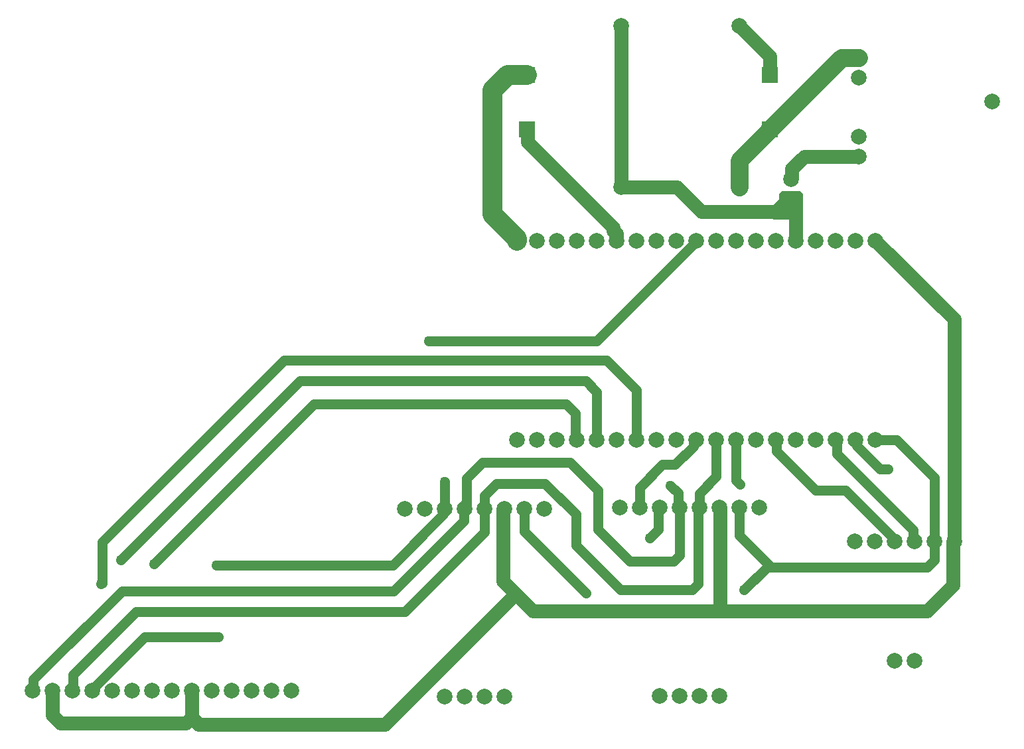
<source format=gbl>
G04*
G04 #@! TF.GenerationSoftware,Altium Limited,Altium Designer,24.9.1 (31)*
G04*
G04 Layer_Physical_Order=2*
G04 Layer_Color=16711680*
%FSLAX44Y44*%
%MOMM*%
G71*
G04*
G04 #@! TF.SameCoordinates,42158749-AA78-4F09-95E6-82FBF0D2540F*
G04*
G04*
G04 #@! TF.FilePolarity,Positive*
G04*
G01*
G75*
%ADD19C,1.2700*%
%ADD20C,2.0000*%
%ADD21R,2.0000X2.0000*%
%ADD22C,1.2700*%
%ADD23C,1.7780*%
%ADD24C,2.5400*%
%ADD25C,2.2860*%
G36*
X1052830Y690880D02*
X1060450Y698500D01*
Y704850D01*
X1064260Y708660D01*
X1087120D01*
X1090930Y704850D01*
Y675640D01*
X1087120Y671830D01*
X1054100D01*
X1051560Y674370D01*
X1052830Y690880D01*
D02*
G37*
D19*
X1009650Y269240D02*
X1050290Y228600D01*
X1009650Y269240D02*
Y304150D01*
X1045210Y228600D02*
X1249680D01*
X661670Y310582D02*
Y341630D01*
X681990Y361950D02*
X793750D01*
X661670Y341630D02*
X681990Y361950D01*
X660527Y309439D02*
X661670Y310582D01*
X660527Y304277D02*
Y309439D01*
X658584Y302334D02*
X660527Y304277D01*
X793750Y361950D02*
X829310Y326390D01*
Y276860D02*
Y326390D01*
Y276860D02*
X869950Y236220D01*
X895350Y265430D02*
X906653Y276733D01*
Y302753D01*
X908050Y304150D01*
X869950Y236220D02*
X926011D01*
X933450Y243659D02*
Y304150D01*
X926011Y236220D02*
X933450Y243659D01*
X699770Y335280D02*
X762000D01*
X801370Y256540D02*
Y295910D01*
X762000Y335280D02*
X801370Y295910D01*
Y256540D02*
X858520Y199390D01*
X950014D01*
X957453Y206829D02*
Y302753D01*
X950014Y199390D02*
X957453Y206829D01*
X1207770Y261620D02*
Y263595D01*
X1204120Y267245D02*
X1207770Y263595D01*
X1204120Y267245D02*
Y267810D01*
X1107440Y326390D02*
X1145540D01*
X1204120Y267810D01*
X1159637Y383413D02*
Y389763D01*
X1189336Y353714D02*
X1199534D01*
X1158240Y391160D02*
X1159637Y389763D01*
Y383413D02*
X1189336Y353714D01*
X449580Y466090D02*
X814070D01*
X828040Y452120D01*
X220980Y237490D02*
X449580Y466090D01*
X429260Y492760D02*
X840740D01*
X878840Y391160D02*
Y454660D01*
X840740Y492760D02*
X878840Y454660D01*
X196850Y260350D02*
X429260Y492760D01*
X980440Y344170D02*
Y391160D01*
X958850Y322580D02*
X980440Y344170D01*
X958850Y304150D02*
Y322580D01*
X684530Y320040D02*
X699770Y335280D01*
X159606Y71976D02*
Y91026D01*
X583240Y171760D02*
X684530Y273050D01*
X158750Y71120D02*
X159606Y71976D01*
X240340Y171760D02*
X583240D01*
X684530Y302880D02*
Y320040D01*
X957453Y302753D02*
X958850Y304150D01*
X684530Y273050D02*
Y302880D01*
X159606Y91026D02*
X240340Y171760D01*
X1005840Y339090D02*
X1010920Y334010D01*
X1005840Y339090D02*
Y391160D01*
X882650Y304150D02*
Y330200D01*
X955040Y389185D02*
Y391160D01*
X928119Y359159D02*
X951390Y382430D01*
Y385535D02*
X955040Y389185D01*
X911609Y359159D02*
X928119D01*
X882650Y330200D02*
X911609Y359159D01*
X951390Y382430D02*
Y385535D01*
X932053Y305547D02*
Y322707D01*
X922020Y332740D02*
X932053Y322707D01*
X109347Y72517D02*
Y85217D01*
X568960Y198120D02*
X658584Y287743D01*
X222250Y198120D02*
X568960D01*
X932053Y305547D02*
X933450Y304150D01*
X658584Y287743D02*
Y302334D01*
X107950Y71120D02*
X109347Y72517D01*
Y85217D02*
X222250Y198120D01*
X1016000Y199390D02*
X1045210Y228600D01*
X735820Y273830D02*
Y302390D01*
X735330Y302880D02*
X735820Y302390D01*
Y273830D02*
X814070Y195580D01*
X184150Y72435D02*
X251416Y139700D01*
X345440D01*
X613410Y516890D02*
X828084D01*
X955040Y643846D01*
Y645160D01*
X196850Y208280D02*
Y260350D01*
X788670Y436880D02*
X801243Y424307D01*
X467360Y436880D02*
X788670D01*
X801243Y392557D02*
Y424307D01*
X262890Y232410D02*
X467360Y436880D01*
X828040Y391160D02*
Y452120D01*
X801243Y392557D02*
X802640Y391160D01*
X195580Y207010D02*
X196850Y208280D01*
X342900Y231140D02*
X567690D01*
X633730Y302880D02*
Y337820D01*
X632333Y301483D02*
X633730Y302880D01*
X632333Y295783D02*
Y301483D01*
X567690Y231140D02*
X632333Y295783D01*
X1249680Y228600D02*
X1258570Y237490D01*
Y342900D01*
X1183640Y391160D02*
X1210310D01*
X1258570Y342900D01*
X1134237Y373253D02*
Y389763D01*
X1231773Y263017D02*
Y275717D01*
X1134237Y373253D02*
X1231773Y275717D01*
Y263017D02*
X1233170Y261620D01*
X1057496Y376334D02*
X1107440Y326390D01*
X1132840Y391160D02*
X1134237Y389763D01*
X1056640Y391160D02*
X1057496Y390304D01*
Y376334D02*
Y390304D01*
X184150Y71120D02*
Y72435D01*
D20*
X1075690Y723900D02*
D03*
Y698500D02*
D03*
X859720Y713740D02*
D03*
X1009720D02*
D03*
X107950Y71120D02*
D03*
X133350D02*
D03*
X158750D02*
D03*
X184150D02*
D03*
X209550D02*
D03*
X234950D02*
D03*
X260350D02*
D03*
X285750D02*
D03*
X311150D02*
D03*
X336550D02*
D03*
X361950D02*
D03*
X387350D02*
D03*
X412750D02*
D03*
X438150D02*
D03*
X1332230Y822960D02*
D03*
X1162230Y878360D02*
D03*
Y852960D02*
D03*
Y752560D02*
D03*
Y777960D02*
D03*
X1009720Y919480D02*
D03*
X859720D02*
D03*
X1158240Y645160D02*
D03*
X1132840D02*
D03*
X1107440D02*
D03*
X1082040D02*
D03*
X1056640D02*
D03*
X1031240D02*
D03*
X1005840D02*
D03*
X980440D02*
D03*
X955040D02*
D03*
X929640D02*
D03*
X904240D02*
D03*
X878840D02*
D03*
X853440D02*
D03*
X828040D02*
D03*
X726440Y391160D02*
D03*
X802640Y645160D02*
D03*
X777240D02*
D03*
X751840D02*
D03*
X726440D02*
D03*
X980440Y391160D02*
D03*
X955040D02*
D03*
X929640D02*
D03*
X904240D02*
D03*
X878840D02*
D03*
X853440D02*
D03*
X828040D02*
D03*
X802640D02*
D03*
X777240D02*
D03*
X751840D02*
D03*
X1005840D02*
D03*
X1031240D02*
D03*
X1056640D02*
D03*
X1082040D02*
D03*
X1107440D02*
D03*
X1132840D02*
D03*
X1158240D02*
D03*
X1183640D02*
D03*
Y645160D02*
D03*
X633730Y62880D02*
D03*
X659130D02*
D03*
X684530D02*
D03*
X709930D02*
D03*
X582930Y302880D02*
D03*
X608330D02*
D03*
X633730D02*
D03*
X659130D02*
D03*
X684530D02*
D03*
X709930D02*
D03*
X735330D02*
D03*
X760730D02*
D03*
X908050Y64150D02*
D03*
X933450D02*
D03*
X958850D02*
D03*
X984250D02*
D03*
X857250Y304150D02*
D03*
X882650D02*
D03*
X908050D02*
D03*
X933450D02*
D03*
X958850D02*
D03*
X984250D02*
D03*
X1009650D02*
D03*
X1035050D02*
D03*
X1283970Y261620D02*
D03*
X1258570D02*
D03*
X1233170D02*
D03*
X1207770D02*
D03*
X1182370D02*
D03*
X1156970D02*
D03*
X1233170Y109220D02*
D03*
X1207770D02*
D03*
D21*
X1049080Y786690D02*
D03*
Y856690D02*
D03*
X739080Y786690D02*
D03*
Y856690D02*
D03*
D22*
X895350Y265430D02*
D03*
X1016000Y199390D02*
D03*
X814070Y195580D02*
D03*
X345440Y139700D02*
D03*
X613410Y516890D02*
D03*
X220980Y237490D02*
D03*
X195580Y207010D02*
D03*
X633730Y337820D02*
D03*
X342900Y231140D02*
D03*
X262890Y232410D02*
D03*
X1010920Y334010D02*
D03*
X922020Y332740D02*
D03*
X1199534Y353714D02*
D03*
D23*
X853015Y645585D02*
X853440Y645160D01*
X853015Y645585D02*
Y654126D01*
X849470Y657671D02*
X853015Y654126D01*
X849470Y657671D02*
Y661830D01*
X740190Y771110D02*
X849470Y661830D01*
X740190Y771110D02*
Y785580D01*
X739080Y786690D02*
X740190Y785580D01*
X1075690Y723900D02*
X1077087Y725297D01*
Y736727D01*
X1092920Y752560D01*
X1162230D01*
X1082040Y645160D02*
Y690175D01*
X1075690Y696525D02*
X1082040Y690175D01*
X1075690Y696525D02*
Y698500D01*
X1282573Y260223D02*
X1283970Y261620D01*
Y544830D01*
X1183640Y645160D02*
X1283970Y544830D01*
X1282573Y205613D02*
Y260223D01*
X746507Y172720D02*
X985647D01*
X1249680D01*
X1282573Y205613D01*
X723409Y195818D02*
X746507Y172720D01*
X723409Y195818D02*
X723409D01*
X557530Y27940D02*
X724408Y194818D01*
X1068251Y681990D02*
X1075690Y689429D01*
X961925Y681990D02*
X1068251D01*
X714248Y204978D02*
X724408Y194818D01*
X319860Y27940D02*
X557530D01*
X985647Y173863D02*
Y302753D01*
Y173863D02*
X986790Y172720D01*
X708533Y210693D02*
Y210693D01*
Y301483D02*
X709930Y302880D01*
X714248Y204978D02*
X714248D01*
X708533Y210693D02*
Y301483D01*
Y210693D02*
X714248Y204978D01*
X311150Y36649D02*
X319860Y27940D01*
X311150Y36649D02*
Y71120D01*
X303710Y29210D02*
X311150Y36649D01*
X133350Y39370D02*
X143510Y29210D01*
X303710D01*
X133350Y39370D02*
Y71120D01*
X984250Y304150D02*
X985647Y302753D01*
X930175Y713740D02*
X961925Y681990D01*
X859720Y713740D02*
X930175D01*
X859720D02*
Y919480D01*
X1049080Y856690D02*
Y880120D01*
X1009720Y919480D02*
X1049080Y880120D01*
D24*
X714450Y856690D02*
X739080D01*
X694690Y678885D02*
Y836930D01*
X714450Y856690D01*
X694690Y678885D02*
X726440Y647135D01*
Y645160D02*
Y647135D01*
D25*
X1140750Y878360D02*
X1162230D01*
X1049080Y786690D02*
X1140750Y878360D01*
X1009720Y747330D02*
X1049080Y786690D01*
X1009720Y713740D02*
Y747330D01*
M02*

</source>
